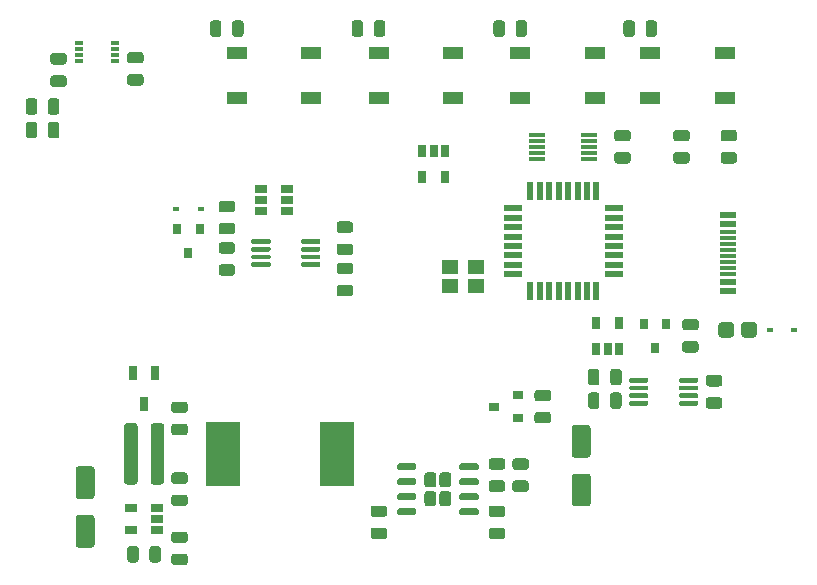
<source format=gbr>
%TF.GenerationSoftware,KiCad,Pcbnew,(5.99.0-3349-gc9824bbd9)*%
%TF.CreationDate,2020-09-17T19:27:59-07:00*%
%TF.ProjectId,Power_Supply,506f7765-725f-4537-9570-706c792e6b69,rev?*%
%TF.SameCoordinates,Original*%
%TF.FileFunction,Paste,Top*%
%TF.FilePolarity,Positive*%
%FSLAX46Y46*%
G04 Gerber Fmt 4.6, Leading zero omitted, Abs format (unit mm)*
G04 Created by KiCad (PCBNEW (5.99.0-3349-gc9824bbd9)) date 2020-09-17 19:27:59*
%MOMM*%
%LPD*%
G01*
G04 APERTURE LIST*
%ADD10R,1.400000X1.150000*%
%ADD11R,1.600000X0.550000*%
%ADD12R,0.550000X1.600000*%
%ADD13R,0.900000X0.800000*%
%ADD14R,1.700000X1.000000*%
%ADD15R,0.600000X0.450000*%
%ADD16R,0.800000X0.300000*%
%ADD17R,1.400000X0.300000*%
%ADD18R,0.800000X0.900000*%
%ADD19R,1.450000X0.600000*%
%ADD20R,1.450000X0.300000*%
%ADD21R,2.900000X5.400000*%
%ADD22R,1.060000X0.650000*%
%ADD23R,0.650000X1.060000*%
%ADD24R,0.650000X1.220000*%
G04 APERTURE END LIST*
%TO.C,C27*%
G36*
G01*
X55706250Y-19825000D02*
X54793750Y-19825000D01*
G75*
G02*
X54550000Y-19581250I0J243750D01*
G01*
X54550000Y-19093750D01*
G75*
G02*
X54793750Y-18850000I243750J0D01*
G01*
X55706250Y-18850000D01*
G75*
G02*
X55950000Y-19093750I0J-243750D01*
G01*
X55950000Y-19581250D01*
G75*
G02*
X55706250Y-19825000I-243750J0D01*
G01*
G37*
G36*
G01*
X55706250Y-17950000D02*
X54793750Y-17950000D01*
G75*
G02*
X54550000Y-17706250I0J243750D01*
G01*
X54550000Y-17218750D01*
G75*
G02*
X54793750Y-16975000I243750J0D01*
G01*
X55706250Y-16975000D01*
G75*
G02*
X55950000Y-17218750I0J-243750D01*
G01*
X55950000Y-17706250D01*
G75*
G02*
X55706250Y-17950000I-243750J0D01*
G01*
G37*
%TD*%
%TO.C,C29*%
G36*
G01*
X49206250Y-19925000D02*
X48293750Y-19925000D01*
G75*
G02*
X48050000Y-19681250I0J243750D01*
G01*
X48050000Y-19193750D01*
G75*
G02*
X48293750Y-18950000I243750J0D01*
G01*
X49206250Y-18950000D01*
G75*
G02*
X49450000Y-19193750I0J-243750D01*
G01*
X49450000Y-19681250D01*
G75*
G02*
X49206250Y-19925000I-243750J0D01*
G01*
G37*
G36*
G01*
X49206250Y-18050000D02*
X48293750Y-18050000D01*
G75*
G02*
X48050000Y-17806250I0J243750D01*
G01*
X48050000Y-17318750D01*
G75*
G02*
X48293750Y-17075000I243750J0D01*
G01*
X49206250Y-17075000D01*
G75*
G02*
X49450000Y-17318750I0J-243750D01*
G01*
X49450000Y-17806250D01*
G75*
G02*
X49206250Y-18050000I-243750J0D01*
G01*
G37*
%TD*%
%TO.C,R20*%
G36*
G01*
X73456250Y-34175000D02*
X72543750Y-34175000D01*
G75*
G02*
X72300000Y-33931250I0J243750D01*
G01*
X72300000Y-33443750D01*
G75*
G02*
X72543750Y-33200000I243750J0D01*
G01*
X73456250Y-33200000D01*
G75*
G02*
X73700000Y-33443750I0J-243750D01*
G01*
X73700000Y-33931250D01*
G75*
G02*
X73456250Y-34175000I-243750J0D01*
G01*
G37*
G36*
G01*
X73456250Y-32300000D02*
X72543750Y-32300000D01*
G75*
G02*
X72300000Y-32056250I0J243750D01*
G01*
X72300000Y-31568750D01*
G75*
G02*
X72543750Y-31325000I243750J0D01*
G01*
X73456250Y-31325000D01*
G75*
G02*
X73700000Y-31568750I0J-243750D01*
G01*
X73700000Y-32056250D01*
G75*
G02*
X73456250Y-32300000I-243750J0D01*
G01*
G37*
%TD*%
%TO.C,C6*%
G36*
G01*
X76326250Y-58225000D02*
X75413750Y-58225000D01*
G75*
G02*
X75170000Y-57981250I0J243750D01*
G01*
X75170000Y-57493750D01*
G75*
G02*
X75413750Y-57250000I243750J0D01*
G01*
X76326250Y-57250000D01*
G75*
G02*
X76570000Y-57493750I0J-243750D01*
G01*
X76570000Y-57981250D01*
G75*
G02*
X76326250Y-58225000I-243750J0D01*
G01*
G37*
G36*
G01*
X76326250Y-56350000D02*
X75413750Y-56350000D01*
G75*
G02*
X75170000Y-56106250I0J243750D01*
G01*
X75170000Y-55618750D01*
G75*
G02*
X75413750Y-55375000I243750J0D01*
G01*
X76326250Y-55375000D01*
G75*
G02*
X76570000Y-55618750I0J-243750D01*
G01*
X76570000Y-56106250D01*
G75*
G02*
X76326250Y-56350000I-243750J0D01*
G01*
G37*
%TD*%
%TO.C,R23*%
G36*
G01*
X93575000Y-44956250D02*
X93575000Y-44043750D01*
G75*
G02*
X93818750Y-43800000I243750J0D01*
G01*
X94306250Y-43800000D01*
G75*
G02*
X94550000Y-44043750I0J-243750D01*
G01*
X94550000Y-44956250D01*
G75*
G02*
X94306250Y-45200000I-243750J0D01*
G01*
X93818750Y-45200000D01*
G75*
G02*
X93575000Y-44956250I0J243750D01*
G01*
G37*
G36*
G01*
X95450000Y-44956250D02*
X95450000Y-44043750D01*
G75*
G02*
X95693750Y-43800000I243750J0D01*
G01*
X96181250Y-43800000D01*
G75*
G02*
X96425000Y-44043750I0J-243750D01*
G01*
X96425000Y-44956250D01*
G75*
G02*
X96181250Y-45200000I-243750J0D01*
G01*
X95693750Y-45200000D01*
G75*
G02*
X95450000Y-44956250I0J243750D01*
G01*
G37*
%TD*%
%TO.C,R16*%
G36*
G01*
X62543750Y-33075000D02*
X63456250Y-33075000D01*
G75*
G02*
X63700000Y-33318750I0J-243750D01*
G01*
X63700000Y-33806250D01*
G75*
G02*
X63456250Y-34050000I-243750J0D01*
G01*
X62543750Y-34050000D01*
G75*
G02*
X62300000Y-33806250I0J243750D01*
G01*
X62300000Y-33318750D01*
G75*
G02*
X62543750Y-33075000I243750J0D01*
G01*
G37*
G36*
G01*
X62543750Y-34950000D02*
X63456250Y-34950000D01*
G75*
G02*
X63700000Y-35193750I0J-243750D01*
G01*
X63700000Y-35681250D01*
G75*
G02*
X63456250Y-35925000I-243750J0D01*
G01*
X62543750Y-35925000D01*
G75*
G02*
X62300000Y-35681250I0J243750D01*
G01*
X62300000Y-35193750D01*
G75*
G02*
X62543750Y-34950000I243750J0D01*
G01*
G37*
%TD*%
%TO.C,C18*%
G36*
G01*
X59456250Y-55425000D02*
X58543750Y-55425000D01*
G75*
G02*
X58300000Y-55181250I0J243750D01*
G01*
X58300000Y-54693750D01*
G75*
G02*
X58543750Y-54450000I243750J0D01*
G01*
X59456250Y-54450000D01*
G75*
G02*
X59700000Y-54693750I0J-243750D01*
G01*
X59700000Y-55181250D01*
G75*
G02*
X59456250Y-55425000I-243750J0D01*
G01*
G37*
G36*
G01*
X59456250Y-53550000D02*
X58543750Y-53550000D01*
G75*
G02*
X58300000Y-53306250I0J243750D01*
G01*
X58300000Y-52818750D01*
G75*
G02*
X58543750Y-52575000I243750J0D01*
G01*
X59456250Y-52575000D01*
G75*
G02*
X59700000Y-52818750I0J-243750D01*
G01*
X59700000Y-53306250D01*
G75*
G02*
X59456250Y-53550000I-243750J0D01*
G01*
G37*
%TD*%
D10*
%TO.C,Y1*%
X81900000Y-36800000D03*
X84100000Y-36800000D03*
X84100000Y-35200000D03*
X81900000Y-35200000D03*
%TD*%
%TO.C,U4*%
G36*
G01*
X70925000Y-34875000D02*
X70925000Y-35075000D01*
G75*
G02*
X70825000Y-35175000I-100000J0D01*
G01*
X69400000Y-35175000D01*
G75*
G02*
X69300000Y-35075000I0J100000D01*
G01*
X69300000Y-34875000D01*
G75*
G02*
X69400000Y-34775000I100000J0D01*
G01*
X70825000Y-34775000D01*
G75*
G02*
X70925000Y-34875000I0J-100000D01*
G01*
G37*
G36*
G01*
X70925000Y-34225000D02*
X70925000Y-34425000D01*
G75*
G02*
X70825000Y-34525000I-100000J0D01*
G01*
X69400000Y-34525000D01*
G75*
G02*
X69300000Y-34425000I0J100000D01*
G01*
X69300000Y-34225000D01*
G75*
G02*
X69400000Y-34125000I100000J0D01*
G01*
X70825000Y-34125000D01*
G75*
G02*
X70925000Y-34225000I0J-100000D01*
G01*
G37*
G36*
G01*
X70925000Y-33575000D02*
X70925000Y-33775000D01*
G75*
G02*
X70825000Y-33875000I-100000J0D01*
G01*
X69400000Y-33875000D01*
G75*
G02*
X69300000Y-33775000I0J100000D01*
G01*
X69300000Y-33575000D01*
G75*
G02*
X69400000Y-33475000I100000J0D01*
G01*
X70825000Y-33475000D01*
G75*
G02*
X70925000Y-33575000I0J-100000D01*
G01*
G37*
G36*
G01*
X70925000Y-32925000D02*
X70925000Y-33125000D01*
G75*
G02*
X70825000Y-33225000I-100000J0D01*
G01*
X69400000Y-33225000D01*
G75*
G02*
X69300000Y-33125000I0J100000D01*
G01*
X69300000Y-32925000D01*
G75*
G02*
X69400000Y-32825000I100000J0D01*
G01*
X70825000Y-32825000D01*
G75*
G02*
X70925000Y-32925000I0J-100000D01*
G01*
G37*
G36*
G01*
X66700000Y-32925000D02*
X66700000Y-33125000D01*
G75*
G02*
X66600000Y-33225000I-100000J0D01*
G01*
X65175000Y-33225000D01*
G75*
G02*
X65075000Y-33125000I0J100000D01*
G01*
X65075000Y-32925000D01*
G75*
G02*
X65175000Y-32825000I100000J0D01*
G01*
X66600000Y-32825000D01*
G75*
G02*
X66700000Y-32925000I0J-100000D01*
G01*
G37*
G36*
G01*
X66700000Y-33575000D02*
X66700000Y-33775000D01*
G75*
G02*
X66600000Y-33875000I-100000J0D01*
G01*
X65175000Y-33875000D01*
G75*
G02*
X65075000Y-33775000I0J100000D01*
G01*
X65075000Y-33575000D01*
G75*
G02*
X65175000Y-33475000I100000J0D01*
G01*
X66600000Y-33475000D01*
G75*
G02*
X66700000Y-33575000I0J-100000D01*
G01*
G37*
G36*
G01*
X66700000Y-34225000D02*
X66700000Y-34425000D01*
G75*
G02*
X66600000Y-34525000I-100000J0D01*
G01*
X65175000Y-34525000D01*
G75*
G02*
X65075000Y-34425000I0J100000D01*
G01*
X65075000Y-34225000D01*
G75*
G02*
X65175000Y-34125000I100000J0D01*
G01*
X66600000Y-34125000D01*
G75*
G02*
X66700000Y-34225000I0J-100000D01*
G01*
G37*
G36*
G01*
X66700000Y-34875000D02*
X66700000Y-35075000D01*
G75*
G02*
X66600000Y-35175000I-100000J0D01*
G01*
X65175000Y-35175000D01*
G75*
G02*
X65075000Y-35075000I0J100000D01*
G01*
X65075000Y-34875000D01*
G75*
G02*
X65175000Y-34775000I100000J0D01*
G01*
X66600000Y-34775000D01*
G75*
G02*
X66700000Y-34875000I0J-100000D01*
G01*
G37*
%TD*%
D11*
%TO.C,U2*%
X87250000Y-30200000D03*
X87250000Y-31000000D03*
X87250000Y-31800000D03*
X87250000Y-32600000D03*
X87250000Y-33400000D03*
X87250000Y-34200000D03*
X87250000Y-35000000D03*
X87250000Y-35800000D03*
D12*
X88700000Y-37250000D03*
X89500000Y-37250000D03*
X90300000Y-37250000D03*
X91100000Y-37250000D03*
X91900000Y-37250000D03*
X92700000Y-37250000D03*
X93500000Y-37250000D03*
X94300000Y-37250000D03*
D11*
X95750000Y-35800000D03*
X95750000Y-35000000D03*
X95750000Y-34200000D03*
X95750000Y-33400000D03*
X95750000Y-32600000D03*
X95750000Y-31800000D03*
X95750000Y-31000000D03*
X95750000Y-30200000D03*
D12*
X94300000Y-28750000D03*
X93500000Y-28750000D03*
X92700000Y-28750000D03*
X91900000Y-28750000D03*
X91100000Y-28750000D03*
X90300000Y-28750000D03*
X89500000Y-28750000D03*
X88700000Y-28750000D03*
%TD*%
%TO.C,C28*%
G36*
G01*
X48825000Y-21143750D02*
X48825000Y-22056250D01*
G75*
G02*
X48581250Y-22300000I-243750J0D01*
G01*
X48093750Y-22300000D01*
G75*
G02*
X47850000Y-22056250I0J243750D01*
G01*
X47850000Y-21143750D01*
G75*
G02*
X48093750Y-20900000I243750J0D01*
G01*
X48581250Y-20900000D01*
G75*
G02*
X48825000Y-21143750I0J-243750D01*
G01*
G37*
G36*
G01*
X46950000Y-21143750D02*
X46950000Y-22056250D01*
G75*
G02*
X46706250Y-22300000I-243750J0D01*
G01*
X46218750Y-22300000D01*
G75*
G02*
X45975000Y-22056250I0J243750D01*
G01*
X45975000Y-21143750D01*
G75*
G02*
X46218750Y-20900000I243750J0D01*
G01*
X46706250Y-20900000D01*
G75*
G02*
X46950000Y-21143750I0J-243750D01*
G01*
G37*
%TD*%
D13*
%TO.C,Q2*%
X87620000Y-47950000D03*
X87620000Y-46050000D03*
X85620000Y-47000000D03*
%TD*%
%TO.C,C4*%
G36*
G01*
X86326250Y-58225000D02*
X85413750Y-58225000D01*
G75*
G02*
X85170000Y-57981250I0J243750D01*
G01*
X85170000Y-57493750D01*
G75*
G02*
X85413750Y-57250000I243750J0D01*
G01*
X86326250Y-57250000D01*
G75*
G02*
X86570000Y-57493750I0J-243750D01*
G01*
X86570000Y-57981250D01*
G75*
G02*
X86326250Y-58225000I-243750J0D01*
G01*
G37*
G36*
G01*
X86326250Y-56350000D02*
X85413750Y-56350000D01*
G75*
G02*
X85170000Y-56106250I0J243750D01*
G01*
X85170000Y-55618750D01*
G75*
G02*
X85413750Y-55375000I243750J0D01*
G01*
X86326250Y-55375000D01*
G75*
G02*
X86570000Y-55618750I0J-243750D01*
G01*
X86570000Y-56106250D01*
G75*
G02*
X86326250Y-56350000I-243750J0D01*
G01*
G37*
%TD*%
D14*
%TO.C,SW2*%
X87850000Y-17100000D03*
X94150000Y-17100000D03*
X94150000Y-20900000D03*
X87850000Y-20900000D03*
%TD*%
D15*
%TO.C,D4*%
X108950000Y-40500000D03*
X111050000Y-40500000D03*
%TD*%
%TO.C,R21*%
G36*
G01*
X101793750Y-39575000D02*
X102706250Y-39575000D01*
G75*
G02*
X102950000Y-39818750I0J-243750D01*
G01*
X102950000Y-40306250D01*
G75*
G02*
X102706250Y-40550000I-243750J0D01*
G01*
X101793750Y-40550000D01*
G75*
G02*
X101550000Y-40306250I0J243750D01*
G01*
X101550000Y-39818750D01*
G75*
G02*
X101793750Y-39575000I243750J0D01*
G01*
G37*
G36*
G01*
X101793750Y-41450000D02*
X102706250Y-41450000D01*
G75*
G02*
X102950000Y-41693750I0J-243750D01*
G01*
X102950000Y-42181250D01*
G75*
G02*
X102706250Y-42425000I-243750J0D01*
G01*
X101793750Y-42425000D01*
G75*
G02*
X101550000Y-42181250I0J243750D01*
G01*
X101550000Y-41693750D01*
G75*
G02*
X101793750Y-41450000I243750J0D01*
G01*
G37*
%TD*%
%TO.C,R13*%
G36*
G01*
X54300000Y-53350000D02*
X54300000Y-48650000D01*
G75*
G02*
X54550000Y-48400000I250000J0D01*
G01*
X55200000Y-48400000D01*
G75*
G02*
X55450000Y-48650000I0J-250000D01*
G01*
X55450000Y-53350000D01*
G75*
G02*
X55200000Y-53600000I-250000J0D01*
G01*
X54550000Y-53600000D01*
G75*
G02*
X54300000Y-53350000I0J250000D01*
G01*
G37*
G36*
G01*
X56550000Y-53350000D02*
X56550000Y-48650000D01*
G75*
G02*
X56800000Y-48400000I250000J0D01*
G01*
X57450000Y-48400000D01*
G75*
G02*
X57700000Y-48650000I0J-250000D01*
G01*
X57700000Y-53350000D01*
G75*
G02*
X57450000Y-53600000I-250000J0D01*
G01*
X56800000Y-53600000D01*
G75*
G02*
X56550000Y-53350000I0J250000D01*
G01*
G37*
%TD*%
%TO.C,R10*%
G36*
G01*
X61575000Y-15456250D02*
X61575000Y-14543750D01*
G75*
G02*
X61818750Y-14300000I243750J0D01*
G01*
X62306250Y-14300000D01*
G75*
G02*
X62550000Y-14543750I0J-243750D01*
G01*
X62550000Y-15456250D01*
G75*
G02*
X62306250Y-15700000I-243750J0D01*
G01*
X61818750Y-15700000D01*
G75*
G02*
X61575000Y-15456250I0J243750D01*
G01*
G37*
G36*
G01*
X63450000Y-15456250D02*
X63450000Y-14543750D01*
G75*
G02*
X63693750Y-14300000I243750J0D01*
G01*
X64181250Y-14300000D01*
G75*
G02*
X64425000Y-14543750I0J-243750D01*
G01*
X64425000Y-15456250D01*
G75*
G02*
X64181250Y-15700000I-243750J0D01*
G01*
X63693750Y-15700000D01*
G75*
G02*
X63450000Y-15456250I0J243750D01*
G01*
G37*
%TD*%
%TO.C,C1*%
G36*
G01*
X85413750Y-51375000D02*
X86326250Y-51375000D01*
G75*
G02*
X86570000Y-51618750I0J-243750D01*
G01*
X86570000Y-52106250D01*
G75*
G02*
X86326250Y-52350000I-243750J0D01*
G01*
X85413750Y-52350000D01*
G75*
G02*
X85170000Y-52106250I0J243750D01*
G01*
X85170000Y-51618750D01*
G75*
G02*
X85413750Y-51375000I243750J0D01*
G01*
G37*
G36*
G01*
X85413750Y-53250000D02*
X86326250Y-53250000D01*
G75*
G02*
X86570000Y-53493750I0J-243750D01*
G01*
X86570000Y-53981250D01*
G75*
G02*
X86326250Y-54225000I-243750J0D01*
G01*
X85413750Y-54225000D01*
G75*
G02*
X85170000Y-53981250I0J243750D01*
G01*
X85170000Y-53493750D01*
G75*
G02*
X85413750Y-53250000I243750J0D01*
G01*
G37*
%TD*%
%TO.C,C20*%
G36*
G01*
X54575000Y-59956250D02*
X54575000Y-59043750D01*
G75*
G02*
X54818750Y-58800000I243750J0D01*
G01*
X55306250Y-58800000D01*
G75*
G02*
X55550000Y-59043750I0J-243750D01*
G01*
X55550000Y-59956250D01*
G75*
G02*
X55306250Y-60200000I-243750J0D01*
G01*
X54818750Y-60200000D01*
G75*
G02*
X54575000Y-59956250I0J243750D01*
G01*
G37*
G36*
G01*
X56450000Y-59956250D02*
X56450000Y-59043750D01*
G75*
G02*
X56693750Y-58800000I243750J0D01*
G01*
X57181250Y-58800000D01*
G75*
G02*
X57425000Y-59043750I0J-243750D01*
G01*
X57425000Y-59956250D01*
G75*
G02*
X57181250Y-60200000I-243750J0D01*
G01*
X56693750Y-60200000D01*
G75*
G02*
X56450000Y-59956250I0J243750D01*
G01*
G37*
%TD*%
%TO.C,R6*%
G36*
G01*
X73575000Y-15456250D02*
X73575000Y-14543750D01*
G75*
G02*
X73818750Y-14300000I243750J0D01*
G01*
X74306250Y-14300000D01*
G75*
G02*
X74550000Y-14543750I0J-243750D01*
G01*
X74550000Y-15456250D01*
G75*
G02*
X74306250Y-15700000I-243750J0D01*
G01*
X73818750Y-15700000D01*
G75*
G02*
X73575000Y-15456250I0J243750D01*
G01*
G37*
G36*
G01*
X75450000Y-15456250D02*
X75450000Y-14543750D01*
G75*
G02*
X75693750Y-14300000I243750J0D01*
G01*
X76181250Y-14300000D01*
G75*
G02*
X76425000Y-14543750I0J-243750D01*
G01*
X76425000Y-15456250D01*
G75*
G02*
X76181250Y-15700000I-243750J0D01*
G01*
X75693750Y-15700000D01*
G75*
G02*
X75450000Y-15456250I0J243750D01*
G01*
G37*
%TD*%
D14*
%TO.C,SW1*%
X75850000Y-17100000D03*
X82150000Y-17100000D03*
X75850000Y-20900000D03*
X82150000Y-20900000D03*
%TD*%
%TO.C,R18*%
G36*
G01*
X59456250Y-60425000D02*
X58543750Y-60425000D01*
G75*
G02*
X58300000Y-60181250I0J243750D01*
G01*
X58300000Y-59693750D01*
G75*
G02*
X58543750Y-59450000I243750J0D01*
G01*
X59456250Y-59450000D01*
G75*
G02*
X59700000Y-59693750I0J-243750D01*
G01*
X59700000Y-60181250D01*
G75*
G02*
X59456250Y-60425000I-243750J0D01*
G01*
G37*
G36*
G01*
X59456250Y-58550000D02*
X58543750Y-58550000D01*
G75*
G02*
X58300000Y-58306250I0J243750D01*
G01*
X58300000Y-57818750D01*
G75*
G02*
X58543750Y-57575000I243750J0D01*
G01*
X59456250Y-57575000D01*
G75*
G02*
X59700000Y-57818750I0J-243750D01*
G01*
X59700000Y-58306250D01*
G75*
G02*
X59456250Y-58550000I-243750J0D01*
G01*
G37*
%TD*%
D16*
%TO.C,U9*%
X53550000Y-17750000D03*
X53550000Y-17250000D03*
X53550000Y-16750000D03*
X53550000Y-16250000D03*
X50450000Y-16250000D03*
X50450000Y-16750000D03*
X50450000Y-17250000D03*
X50450000Y-17750000D03*
%TD*%
%TO.C,C7*%
G36*
G01*
X51550000Y-58950000D02*
X50450000Y-58950000D01*
G75*
G02*
X50200000Y-58700000I0J250000D01*
G01*
X50200000Y-56425000D01*
G75*
G02*
X50450000Y-56175000I250000J0D01*
G01*
X51550000Y-56175000D01*
G75*
G02*
X51800000Y-56425000I0J-250000D01*
G01*
X51800000Y-58700000D01*
G75*
G02*
X51550000Y-58950000I-250000J0D01*
G01*
G37*
G36*
G01*
X51550000Y-54825000D02*
X50450000Y-54825000D01*
G75*
G02*
X50200000Y-54575000I0J250000D01*
G01*
X50200000Y-52300000D01*
G75*
G02*
X50450000Y-52050000I250000J0D01*
G01*
X51550000Y-52050000D01*
G75*
G02*
X51800000Y-52300000I0J-250000D01*
G01*
X51800000Y-54575000D01*
G75*
G02*
X51550000Y-54825000I-250000J0D01*
G01*
G37*
%TD*%
%TO.C,C35*%
G36*
G01*
X104706250Y-47175000D02*
X103793750Y-47175000D01*
G75*
G02*
X103550000Y-46931250I0J243750D01*
G01*
X103550000Y-46443750D01*
G75*
G02*
X103793750Y-46200000I243750J0D01*
G01*
X104706250Y-46200000D01*
G75*
G02*
X104950000Y-46443750I0J-243750D01*
G01*
X104950000Y-46931250D01*
G75*
G02*
X104706250Y-47175000I-243750J0D01*
G01*
G37*
G36*
G01*
X104706250Y-45300000D02*
X103793750Y-45300000D01*
G75*
G02*
X103550000Y-45056250I0J243750D01*
G01*
X103550000Y-44568750D01*
G75*
G02*
X103793750Y-44325000I243750J0D01*
G01*
X104706250Y-44325000D01*
G75*
G02*
X104950000Y-44568750I0J-243750D01*
G01*
X104950000Y-45056250D01*
G75*
G02*
X104706250Y-45300000I-243750J0D01*
G01*
G37*
%TD*%
%TO.C,R8*%
G36*
G01*
X85575000Y-15456250D02*
X85575000Y-14543750D01*
G75*
G02*
X85818750Y-14300000I243750J0D01*
G01*
X86306250Y-14300000D01*
G75*
G02*
X86550000Y-14543750I0J-243750D01*
G01*
X86550000Y-15456250D01*
G75*
G02*
X86306250Y-15700000I-243750J0D01*
G01*
X85818750Y-15700000D01*
G75*
G02*
X85575000Y-15456250I0J243750D01*
G01*
G37*
G36*
G01*
X87450000Y-15456250D02*
X87450000Y-14543750D01*
G75*
G02*
X87693750Y-14300000I243750J0D01*
G01*
X88181250Y-14300000D01*
G75*
G02*
X88425000Y-14543750I0J-243750D01*
G01*
X88425000Y-15456250D01*
G75*
G02*
X88181250Y-15700000I-243750J0D01*
G01*
X87693750Y-15700000D01*
G75*
G02*
X87450000Y-15456250I0J243750D01*
G01*
G37*
%TD*%
D14*
%TO.C,SW3*%
X105150000Y-17100000D03*
X98850000Y-17100000D03*
X105150000Y-20900000D03*
X98850000Y-20900000D03*
%TD*%
D17*
%TO.C,U7*%
X93700000Y-26000000D03*
X93700000Y-25500000D03*
X93700000Y-25000000D03*
X93700000Y-24500000D03*
X93700000Y-24000000D03*
X89300000Y-24000000D03*
X89300000Y-24500000D03*
X89300000Y-25000000D03*
X89300000Y-25500000D03*
X89300000Y-26000000D03*
%TD*%
D15*
%TO.C,D9*%
X60800000Y-30250000D03*
X58700000Y-30250000D03*
%TD*%
D18*
%TO.C,Q3*%
X60700000Y-32000000D03*
X58800000Y-32000000D03*
X59750000Y-34000000D03*
%TD*%
D19*
%TO.C,J5*%
X105455000Y-37250000D03*
X105455000Y-36450000D03*
D20*
X105455000Y-35250000D03*
X105455000Y-34250000D03*
X105455000Y-33750000D03*
X105455000Y-32750000D03*
D19*
X105455000Y-31550000D03*
X105455000Y-30750000D03*
X105455000Y-30750000D03*
X105455000Y-31550000D03*
D20*
X105455000Y-32250000D03*
X105455000Y-33250000D03*
X105455000Y-34750000D03*
X105455000Y-35750000D03*
D19*
X105455000Y-36450000D03*
X105455000Y-37250000D03*
%TD*%
%TO.C,C12*%
G36*
G01*
X92450000Y-48550000D02*
X93550000Y-48550000D01*
G75*
G02*
X93800000Y-48800000I0J-250000D01*
G01*
X93800000Y-51075000D01*
G75*
G02*
X93550000Y-51325000I-250000J0D01*
G01*
X92450000Y-51325000D01*
G75*
G02*
X92200000Y-51075000I0J250000D01*
G01*
X92200000Y-48800000D01*
G75*
G02*
X92450000Y-48550000I250000J0D01*
G01*
G37*
G36*
G01*
X92450000Y-52675000D02*
X93550000Y-52675000D01*
G75*
G02*
X93800000Y-52925000I0J-250000D01*
G01*
X93800000Y-55200000D01*
G75*
G02*
X93550000Y-55450000I-250000J0D01*
G01*
X92450000Y-55450000D01*
G75*
G02*
X92200000Y-55200000I0J250000D01*
G01*
X92200000Y-52925000D01*
G75*
G02*
X92450000Y-52675000I250000J0D01*
G01*
G37*
%TD*%
%TO.C,R19*%
G36*
G01*
X73456250Y-37675000D02*
X72543750Y-37675000D01*
G75*
G02*
X72300000Y-37431250I0J243750D01*
G01*
X72300000Y-36943750D01*
G75*
G02*
X72543750Y-36700000I243750J0D01*
G01*
X73456250Y-36700000D01*
G75*
G02*
X73700000Y-36943750I0J-243750D01*
G01*
X73700000Y-37431250D01*
G75*
G02*
X73456250Y-37675000I-243750J0D01*
G01*
G37*
G36*
G01*
X73456250Y-35800000D02*
X72543750Y-35800000D01*
G75*
G02*
X72300000Y-35556250I0J243750D01*
G01*
X72300000Y-35068750D01*
G75*
G02*
X72543750Y-34825000I243750J0D01*
G01*
X73456250Y-34825000D01*
G75*
G02*
X73700000Y-35068750I0J-243750D01*
G01*
X73700000Y-35556250D01*
G75*
G02*
X73456250Y-35800000I-243750J0D01*
G01*
G37*
%TD*%
D21*
%TO.C,L1*%
X72350000Y-51000000D03*
X62650000Y-51000000D03*
%TD*%
%TO.C,F1*%
G36*
G01*
X107875000Y-40100000D02*
X107875000Y-40900000D01*
G75*
G02*
X107625000Y-41150000I-250000J0D01*
G01*
X106800000Y-41150000D01*
G75*
G02*
X106550000Y-40900000I0J250000D01*
G01*
X106550000Y-40100000D01*
G75*
G02*
X106800000Y-39850000I250000J0D01*
G01*
X107625000Y-39850000D01*
G75*
G02*
X107875000Y-40100000I0J-250000D01*
G01*
G37*
G36*
G01*
X105950000Y-40100000D02*
X105950000Y-40900000D01*
G75*
G02*
X105700000Y-41150000I-250000J0D01*
G01*
X104875000Y-41150000D01*
G75*
G02*
X104625000Y-40900000I0J250000D01*
G01*
X104625000Y-40100000D01*
G75*
G02*
X104875000Y-39850000I250000J0D01*
G01*
X105700000Y-39850000D01*
G75*
G02*
X105950000Y-40100000I0J-250000D01*
G01*
G37*
%TD*%
%TO.C,C25*%
G36*
G01*
X96956250Y-26425000D02*
X96043750Y-26425000D01*
G75*
G02*
X95800000Y-26181250I0J243750D01*
G01*
X95800000Y-25693750D01*
G75*
G02*
X96043750Y-25450000I243750J0D01*
G01*
X96956250Y-25450000D01*
G75*
G02*
X97200000Y-25693750I0J-243750D01*
G01*
X97200000Y-26181250D01*
G75*
G02*
X96956250Y-26425000I-243750J0D01*
G01*
G37*
G36*
G01*
X96956250Y-24550000D02*
X96043750Y-24550000D01*
G75*
G02*
X95800000Y-24306250I0J243750D01*
G01*
X95800000Y-23818750D01*
G75*
G02*
X96043750Y-23575000I243750J0D01*
G01*
X96956250Y-23575000D01*
G75*
G02*
X97200000Y-23818750I0J-243750D01*
G01*
X97200000Y-24306250D01*
G75*
G02*
X96956250Y-24550000I-243750J0D01*
G01*
G37*
%TD*%
D14*
%TO.C,SW4*%
X63850000Y-17100000D03*
X70150000Y-17100000D03*
X70150000Y-20900000D03*
X63850000Y-20900000D03*
%TD*%
%TO.C,D1*%
G36*
G01*
X101956250Y-26425000D02*
X101043750Y-26425000D01*
G75*
G02*
X100800000Y-26181250I0J243750D01*
G01*
X100800000Y-25693750D01*
G75*
G02*
X101043750Y-25450000I243750J0D01*
G01*
X101956250Y-25450000D01*
G75*
G02*
X102200000Y-25693750I0J-243750D01*
G01*
X102200000Y-26181250D01*
G75*
G02*
X101956250Y-26425000I-243750J0D01*
G01*
G37*
G36*
G01*
X101956250Y-24550000D02*
X101043750Y-24550000D01*
G75*
G02*
X100800000Y-24306250I0J243750D01*
G01*
X100800000Y-23818750D01*
G75*
G02*
X101043750Y-23575000I243750J0D01*
G01*
X101956250Y-23575000D01*
G75*
G02*
X102200000Y-23818750I0J-243750D01*
G01*
X102200000Y-24306250D01*
G75*
G02*
X101956250Y-24550000I-243750J0D01*
G01*
G37*
%TD*%
D18*
%TO.C,Q1*%
X100200000Y-40000000D03*
X98300000Y-40000000D03*
X99250000Y-42000000D03*
%TD*%
%TO.C,U11*%
G36*
G01*
X97075000Y-44875000D02*
X97075000Y-44675000D01*
G75*
G02*
X97175000Y-44575000I100000J0D01*
G01*
X98600000Y-44575000D01*
G75*
G02*
X98700000Y-44675000I0J-100000D01*
G01*
X98700000Y-44875000D01*
G75*
G02*
X98600000Y-44975000I-100000J0D01*
G01*
X97175000Y-44975000D01*
G75*
G02*
X97075000Y-44875000I0J100000D01*
G01*
G37*
G36*
G01*
X97075000Y-45525000D02*
X97075000Y-45325000D01*
G75*
G02*
X97175000Y-45225000I100000J0D01*
G01*
X98600000Y-45225000D01*
G75*
G02*
X98700000Y-45325000I0J-100000D01*
G01*
X98700000Y-45525000D01*
G75*
G02*
X98600000Y-45625000I-100000J0D01*
G01*
X97175000Y-45625000D01*
G75*
G02*
X97075000Y-45525000I0J100000D01*
G01*
G37*
G36*
G01*
X97075000Y-46175000D02*
X97075000Y-45975000D01*
G75*
G02*
X97175000Y-45875000I100000J0D01*
G01*
X98600000Y-45875000D01*
G75*
G02*
X98700000Y-45975000I0J-100000D01*
G01*
X98700000Y-46175000D01*
G75*
G02*
X98600000Y-46275000I-100000J0D01*
G01*
X97175000Y-46275000D01*
G75*
G02*
X97075000Y-46175000I0J100000D01*
G01*
G37*
G36*
G01*
X97075000Y-46825000D02*
X97075000Y-46625000D01*
G75*
G02*
X97175000Y-46525000I100000J0D01*
G01*
X98600000Y-46525000D01*
G75*
G02*
X98700000Y-46625000I0J-100000D01*
G01*
X98700000Y-46825000D01*
G75*
G02*
X98600000Y-46925000I-100000J0D01*
G01*
X97175000Y-46925000D01*
G75*
G02*
X97075000Y-46825000I0J100000D01*
G01*
G37*
G36*
G01*
X101300000Y-46825000D02*
X101300000Y-46625000D01*
G75*
G02*
X101400000Y-46525000I100000J0D01*
G01*
X102825000Y-46525000D01*
G75*
G02*
X102925000Y-46625000I0J-100000D01*
G01*
X102925000Y-46825000D01*
G75*
G02*
X102825000Y-46925000I-100000J0D01*
G01*
X101400000Y-46925000D01*
G75*
G02*
X101300000Y-46825000I0J100000D01*
G01*
G37*
G36*
G01*
X101300000Y-46175000D02*
X101300000Y-45975000D01*
G75*
G02*
X101400000Y-45875000I100000J0D01*
G01*
X102825000Y-45875000D01*
G75*
G02*
X102925000Y-45975000I0J-100000D01*
G01*
X102925000Y-46175000D01*
G75*
G02*
X102825000Y-46275000I-100000J0D01*
G01*
X101400000Y-46275000D01*
G75*
G02*
X101300000Y-46175000I0J100000D01*
G01*
G37*
G36*
G01*
X101300000Y-45525000D02*
X101300000Y-45325000D01*
G75*
G02*
X101400000Y-45225000I100000J0D01*
G01*
X102825000Y-45225000D01*
G75*
G02*
X102925000Y-45325000I0J-100000D01*
G01*
X102925000Y-45525000D01*
G75*
G02*
X102825000Y-45625000I-100000J0D01*
G01*
X101400000Y-45625000D01*
G75*
G02*
X101300000Y-45525000I0J100000D01*
G01*
G37*
G36*
G01*
X101300000Y-44875000D02*
X101300000Y-44675000D01*
G75*
G02*
X101400000Y-44575000I100000J0D01*
G01*
X102825000Y-44575000D01*
G75*
G02*
X102925000Y-44675000I0J-100000D01*
G01*
X102925000Y-44875000D01*
G75*
G02*
X102825000Y-44975000I-100000J0D01*
G01*
X101400000Y-44975000D01*
G75*
G02*
X101300000Y-44875000I0J100000D01*
G01*
G37*
%TD*%
%TO.C,C5*%
G36*
G01*
X87413750Y-51375000D02*
X88326250Y-51375000D01*
G75*
G02*
X88570000Y-51618750I0J-243750D01*
G01*
X88570000Y-52106250D01*
G75*
G02*
X88326250Y-52350000I-243750J0D01*
G01*
X87413750Y-52350000D01*
G75*
G02*
X87170000Y-52106250I0J243750D01*
G01*
X87170000Y-51618750D01*
G75*
G02*
X87413750Y-51375000I243750J0D01*
G01*
G37*
G36*
G01*
X87413750Y-53250000D02*
X88326250Y-53250000D01*
G75*
G02*
X88570000Y-53493750I0J-243750D01*
G01*
X88570000Y-53981250D01*
G75*
G02*
X88326250Y-54225000I-243750J0D01*
G01*
X87413750Y-54225000D01*
G75*
G02*
X87170000Y-53981250I0J243750D01*
G01*
X87170000Y-53493750D01*
G75*
G02*
X87413750Y-53250000I243750J0D01*
G01*
G37*
%TD*%
D22*
%TO.C,U6*%
X68100000Y-30450000D03*
X68100000Y-29500000D03*
X68100000Y-28550000D03*
X65900000Y-28550000D03*
X65900000Y-29500000D03*
X65900000Y-30450000D03*
%TD*%
%TO.C,U3*%
G36*
G01*
X82005000Y-54405000D02*
X82005000Y-55195000D01*
G75*
G02*
X81755000Y-55445000I-250000J0D01*
G01*
X81245000Y-55445000D01*
G75*
G02*
X80995000Y-55195000I0J250000D01*
G01*
X80995000Y-54405000D01*
G75*
G02*
X81245000Y-54155000I250000J0D01*
G01*
X81755000Y-54155000D01*
G75*
G02*
X82005000Y-54405000I0J-250000D01*
G01*
G37*
G36*
G01*
X80745000Y-54405000D02*
X80745000Y-55195000D01*
G75*
G02*
X80495000Y-55445000I-250000J0D01*
G01*
X79985000Y-55445000D01*
G75*
G02*
X79735000Y-55195000I0J250000D01*
G01*
X79735000Y-54405000D01*
G75*
G02*
X79985000Y-54155000I250000J0D01*
G01*
X80495000Y-54155000D01*
G75*
G02*
X80745000Y-54405000I0J-250000D01*
G01*
G37*
G36*
G01*
X82005000Y-52805000D02*
X82005000Y-53595000D01*
G75*
G02*
X81755000Y-53845000I-250000J0D01*
G01*
X81245000Y-53845000D01*
G75*
G02*
X80995000Y-53595000I0J250000D01*
G01*
X80995000Y-52805000D01*
G75*
G02*
X81245000Y-52555000I250000J0D01*
G01*
X81755000Y-52555000D01*
G75*
G02*
X82005000Y-52805000I0J-250000D01*
G01*
G37*
G36*
G01*
X80745000Y-52805000D02*
X80745000Y-53595000D01*
G75*
G02*
X80495000Y-53845000I-250000J0D01*
G01*
X79985000Y-53845000D01*
G75*
G02*
X79735000Y-53595000I0J250000D01*
G01*
X79735000Y-52805000D01*
G75*
G02*
X79985000Y-52555000I250000J0D01*
G01*
X80495000Y-52555000D01*
G75*
G02*
X80745000Y-52805000I0J-250000D01*
G01*
G37*
G36*
G01*
X84320000Y-55755000D02*
X84320000Y-56055000D01*
G75*
G02*
X84170000Y-56205000I-150000J0D01*
G01*
X82845000Y-56205000D01*
G75*
G02*
X82695000Y-56055000I0J150000D01*
G01*
X82695000Y-55755000D01*
G75*
G02*
X82845000Y-55605000I150000J0D01*
G01*
X84170000Y-55605000D01*
G75*
G02*
X84320000Y-55755000I0J-150000D01*
G01*
G37*
G36*
G01*
X84320000Y-54485000D02*
X84320000Y-54785000D01*
G75*
G02*
X84170000Y-54935000I-150000J0D01*
G01*
X82845000Y-54935000D01*
G75*
G02*
X82695000Y-54785000I0J150000D01*
G01*
X82695000Y-54485000D01*
G75*
G02*
X82845000Y-54335000I150000J0D01*
G01*
X84170000Y-54335000D01*
G75*
G02*
X84320000Y-54485000I0J-150000D01*
G01*
G37*
G36*
G01*
X84320000Y-53215000D02*
X84320000Y-53515000D01*
G75*
G02*
X84170000Y-53665000I-150000J0D01*
G01*
X82845000Y-53665000D01*
G75*
G02*
X82695000Y-53515000I0J150000D01*
G01*
X82695000Y-53215000D01*
G75*
G02*
X82845000Y-53065000I150000J0D01*
G01*
X84170000Y-53065000D01*
G75*
G02*
X84320000Y-53215000I0J-150000D01*
G01*
G37*
G36*
G01*
X84320000Y-51945000D02*
X84320000Y-52245000D01*
G75*
G02*
X84170000Y-52395000I-150000J0D01*
G01*
X82845000Y-52395000D01*
G75*
G02*
X82695000Y-52245000I0J150000D01*
G01*
X82695000Y-51945000D01*
G75*
G02*
X82845000Y-51795000I150000J0D01*
G01*
X84170000Y-51795000D01*
G75*
G02*
X84320000Y-51945000I0J-150000D01*
G01*
G37*
G36*
G01*
X79045000Y-51945000D02*
X79045000Y-52245000D01*
G75*
G02*
X78895000Y-52395000I-150000J0D01*
G01*
X77570000Y-52395000D01*
G75*
G02*
X77420000Y-52245000I0J150000D01*
G01*
X77420000Y-51945000D01*
G75*
G02*
X77570000Y-51795000I150000J0D01*
G01*
X78895000Y-51795000D01*
G75*
G02*
X79045000Y-51945000I0J-150000D01*
G01*
G37*
G36*
G01*
X79045000Y-53215000D02*
X79045000Y-53515000D01*
G75*
G02*
X78895000Y-53665000I-150000J0D01*
G01*
X77570000Y-53665000D01*
G75*
G02*
X77420000Y-53515000I0J150000D01*
G01*
X77420000Y-53215000D01*
G75*
G02*
X77570000Y-53065000I150000J0D01*
G01*
X78895000Y-53065000D01*
G75*
G02*
X79045000Y-53215000I0J-150000D01*
G01*
G37*
G36*
G01*
X79045000Y-54485000D02*
X79045000Y-54785000D01*
G75*
G02*
X78895000Y-54935000I-150000J0D01*
G01*
X77570000Y-54935000D01*
G75*
G02*
X77420000Y-54785000I0J150000D01*
G01*
X77420000Y-54485000D01*
G75*
G02*
X77570000Y-54335000I150000J0D01*
G01*
X78895000Y-54335000D01*
G75*
G02*
X79045000Y-54485000I0J-150000D01*
G01*
G37*
G36*
G01*
X79045000Y-55755000D02*
X79045000Y-56055000D01*
G75*
G02*
X78895000Y-56205000I-150000J0D01*
G01*
X77570000Y-56205000D01*
G75*
G02*
X77420000Y-56055000I0J150000D01*
G01*
X77420000Y-55755000D01*
G75*
G02*
X77570000Y-55605000I150000J0D01*
G01*
X78895000Y-55605000D01*
G75*
G02*
X79045000Y-55755000I0J-150000D01*
G01*
G37*
%TD*%
%TO.C,U5*%
X57100000Y-57450000D03*
X57100000Y-56500000D03*
X57100000Y-55550000D03*
X54900000Y-55550000D03*
X54900000Y-57450000D03*
%TD*%
%TO.C,C30*%
G36*
G01*
X48825000Y-23143750D02*
X48825000Y-24056250D01*
G75*
G02*
X48581250Y-24300000I-243750J0D01*
G01*
X48093750Y-24300000D01*
G75*
G02*
X47850000Y-24056250I0J243750D01*
G01*
X47850000Y-23143750D01*
G75*
G02*
X48093750Y-22900000I243750J0D01*
G01*
X48581250Y-22900000D01*
G75*
G02*
X48825000Y-23143750I0J-243750D01*
G01*
G37*
G36*
G01*
X46950000Y-23143750D02*
X46950000Y-24056250D01*
G75*
G02*
X46706250Y-24300000I-243750J0D01*
G01*
X46218750Y-24300000D01*
G75*
G02*
X45975000Y-24056250I0J243750D01*
G01*
X45975000Y-23143750D01*
G75*
G02*
X46218750Y-22900000I243750J0D01*
G01*
X46706250Y-22900000D01*
G75*
G02*
X46950000Y-23143750I0J-243750D01*
G01*
G37*
%TD*%
D23*
%TO.C,U8*%
X81450000Y-25400000D03*
X80500000Y-25400000D03*
X79550000Y-25400000D03*
X79550000Y-27600000D03*
X81450000Y-27600000D03*
%TD*%
%TO.C,D2*%
G36*
G01*
X105956250Y-26425000D02*
X105043750Y-26425000D01*
G75*
G02*
X104800000Y-26181250I0J243750D01*
G01*
X104800000Y-25693750D01*
G75*
G02*
X105043750Y-25450000I243750J0D01*
G01*
X105956250Y-25450000D01*
G75*
G02*
X106200000Y-25693750I0J-243750D01*
G01*
X106200000Y-26181250D01*
G75*
G02*
X105956250Y-26425000I-243750J0D01*
G01*
G37*
G36*
G01*
X105956250Y-24550000D02*
X105043750Y-24550000D01*
G75*
G02*
X104800000Y-24306250I0J243750D01*
G01*
X104800000Y-23818750D01*
G75*
G02*
X105043750Y-23575000I243750J0D01*
G01*
X105956250Y-23575000D01*
G75*
G02*
X106200000Y-23818750I0J-243750D01*
G01*
X106200000Y-24306250D01*
G75*
G02*
X105956250Y-24550000I-243750J0D01*
G01*
G37*
%TD*%
%TO.C,U1*%
X94300000Y-42100000D03*
X95250000Y-42100000D03*
X96200000Y-42100000D03*
X96200000Y-39900000D03*
X94300000Y-39900000D03*
%TD*%
%TO.C,R24*%
G36*
G01*
X93575000Y-46956250D02*
X93575000Y-46043750D01*
G75*
G02*
X93818750Y-45800000I243750J0D01*
G01*
X94306250Y-45800000D01*
G75*
G02*
X94550000Y-46043750I0J-243750D01*
G01*
X94550000Y-46956250D01*
G75*
G02*
X94306250Y-47200000I-243750J0D01*
G01*
X93818750Y-47200000D01*
G75*
G02*
X93575000Y-46956250I0J243750D01*
G01*
G37*
G36*
G01*
X95450000Y-46956250D02*
X95450000Y-46043750D01*
G75*
G02*
X95693750Y-45800000I243750J0D01*
G01*
X96181250Y-45800000D01*
G75*
G02*
X96425000Y-46043750I0J-243750D01*
G01*
X96425000Y-46956250D01*
G75*
G02*
X96181250Y-47200000I-243750J0D01*
G01*
X95693750Y-47200000D01*
G75*
G02*
X95450000Y-46956250I0J243750D01*
G01*
G37*
%TD*%
%TO.C,R9*%
G36*
G01*
X96575000Y-15456250D02*
X96575000Y-14543750D01*
G75*
G02*
X96818750Y-14300000I243750J0D01*
G01*
X97306250Y-14300000D01*
G75*
G02*
X97550000Y-14543750I0J-243750D01*
G01*
X97550000Y-15456250D01*
G75*
G02*
X97306250Y-15700000I-243750J0D01*
G01*
X96818750Y-15700000D01*
G75*
G02*
X96575000Y-15456250I0J243750D01*
G01*
G37*
G36*
G01*
X98450000Y-15456250D02*
X98450000Y-14543750D01*
G75*
G02*
X98693750Y-14300000I243750J0D01*
G01*
X99181250Y-14300000D01*
G75*
G02*
X99425000Y-14543750I0J-243750D01*
G01*
X99425000Y-15456250D01*
G75*
G02*
X99181250Y-15700000I-243750J0D01*
G01*
X98693750Y-15700000D01*
G75*
G02*
X98450000Y-15456250I0J243750D01*
G01*
G37*
%TD*%
%TO.C,C16*%
G36*
G01*
X58543750Y-46575000D02*
X59456250Y-46575000D01*
G75*
G02*
X59700000Y-46818750I0J-243750D01*
G01*
X59700000Y-47306250D01*
G75*
G02*
X59456250Y-47550000I-243750J0D01*
G01*
X58543750Y-47550000D01*
G75*
G02*
X58300000Y-47306250I0J243750D01*
G01*
X58300000Y-46818750D01*
G75*
G02*
X58543750Y-46575000I243750J0D01*
G01*
G37*
G36*
G01*
X58543750Y-48450000D02*
X59456250Y-48450000D01*
G75*
G02*
X59700000Y-48693750I0J-243750D01*
G01*
X59700000Y-49181250D01*
G75*
G02*
X59456250Y-49425000I-243750J0D01*
G01*
X58543750Y-49425000D01*
G75*
G02*
X58300000Y-49181250I0J243750D01*
G01*
X58300000Y-48693750D01*
G75*
G02*
X58543750Y-48450000I243750J0D01*
G01*
G37*
%TD*%
%TO.C,R22*%
G36*
G01*
X90206250Y-48425000D02*
X89293750Y-48425000D01*
G75*
G02*
X89050000Y-48181250I0J243750D01*
G01*
X89050000Y-47693750D01*
G75*
G02*
X89293750Y-47450000I243750J0D01*
G01*
X90206250Y-47450000D01*
G75*
G02*
X90450000Y-47693750I0J-243750D01*
G01*
X90450000Y-48181250D01*
G75*
G02*
X90206250Y-48425000I-243750J0D01*
G01*
G37*
G36*
G01*
X90206250Y-46550000D02*
X89293750Y-46550000D01*
G75*
G02*
X89050000Y-46306250I0J243750D01*
G01*
X89050000Y-45818750D01*
G75*
G02*
X89293750Y-45575000I243750J0D01*
G01*
X90206250Y-45575000D01*
G75*
G02*
X90450000Y-45818750I0J-243750D01*
G01*
X90450000Y-46306250D01*
G75*
G02*
X90206250Y-46550000I-243750J0D01*
G01*
G37*
%TD*%
%TO.C,R17*%
G36*
G01*
X62543750Y-29575000D02*
X63456250Y-29575000D01*
G75*
G02*
X63700000Y-29818750I0J-243750D01*
G01*
X63700000Y-30306250D01*
G75*
G02*
X63456250Y-30550000I-243750J0D01*
G01*
X62543750Y-30550000D01*
G75*
G02*
X62300000Y-30306250I0J243750D01*
G01*
X62300000Y-29818750D01*
G75*
G02*
X62543750Y-29575000I243750J0D01*
G01*
G37*
G36*
G01*
X62543750Y-31450000D02*
X63456250Y-31450000D01*
G75*
G02*
X63700000Y-31693750I0J-243750D01*
G01*
X63700000Y-32181250D01*
G75*
G02*
X63456250Y-32425000I-243750J0D01*
G01*
X62543750Y-32425000D01*
G75*
G02*
X62300000Y-32181250I0J243750D01*
G01*
X62300000Y-31693750D01*
G75*
G02*
X62543750Y-31450000I243750J0D01*
G01*
G37*
%TD*%
D24*
%TO.C,D3*%
X56950000Y-44190000D03*
X55050000Y-44190000D03*
X56000000Y-46810000D03*
%TD*%
M02*

</source>
